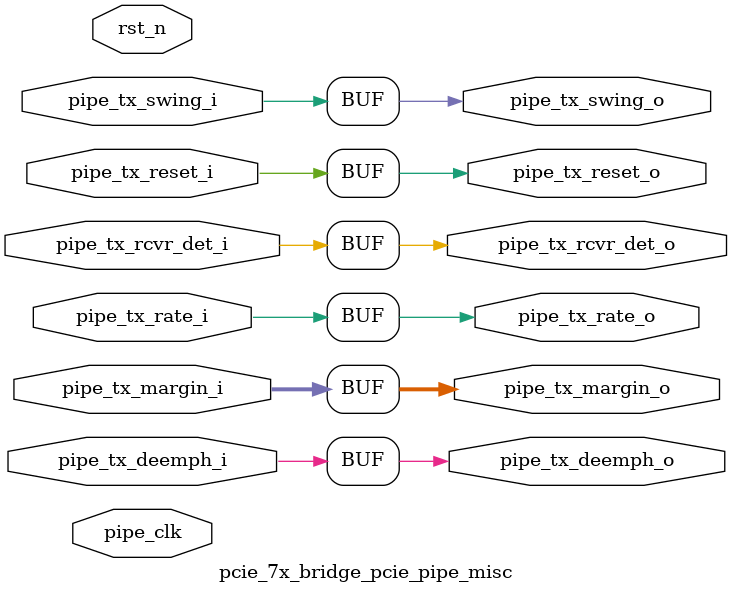
<source format=v>


`timescale 1ps/1ps

(* DowngradeIPIdentifiedWarnings = "yes" *)
module pcie_7x_bridge_pcie_pipe_misc #
(
    parameter        PIPE_PIPELINE_STAGES = 0,    // 0 - 0 stages, 1 - 1 stage, 2 - 2 stages
    parameter TCQ  = 1 // synthesis warning solved: parameter declaration becomes local
)
(

    input   wire        pipe_tx_rcvr_det_i       ,     // PIPE Tx Receiver Detect
    input   wire        pipe_tx_reset_i          ,     // PIPE Tx Reset
    input   wire        pipe_tx_rate_i           ,     // PIPE Tx Rate
    input   wire        pipe_tx_deemph_i         ,     // PIPE Tx Deemphasis
    input   wire [2:0]  pipe_tx_margin_i         ,     // PIPE Tx Margin
    input   wire        pipe_tx_swing_i          ,     // PIPE Tx Swing

    output  wire        pipe_tx_rcvr_det_o       ,     // Pipelined PIPE Tx Receiver Detect
    output  wire        pipe_tx_reset_o          ,     // Pipelined PIPE Tx Reset
    output  wire        pipe_tx_rate_o           ,     // Pipelined PIPE Tx Rate
    output  wire        pipe_tx_deemph_o         ,     // Pipelined PIPE Tx Deemphasis
    output  wire [2:0]  pipe_tx_margin_o         ,     // Pipelined PIPE Tx Margin
    output  wire        pipe_tx_swing_o          ,     // Pipelined PIPE Tx Swing

    input   wire        pipe_clk                ,      // PIPE Clock
    input   wire        rst_n                          // Reset
);

//******************************************************************//
// Reality check.                                                   //
//******************************************************************//

//    parameter TCQ  = 1;      // clock to out delay model

    generate

    if (PIPE_PIPELINE_STAGES == 0) begin : pipe_stages_0

        assign pipe_tx_rcvr_det_o = pipe_tx_rcvr_det_i;
        assign pipe_tx_reset_o  = pipe_tx_reset_i;
        assign pipe_tx_rate_o = pipe_tx_rate_i;
        assign pipe_tx_deemph_o = pipe_tx_deemph_i;
        assign pipe_tx_margin_o = pipe_tx_margin_i;
        assign pipe_tx_swing_o = pipe_tx_swing_i;

    end // if (PIPE_PIPELINE_STAGES == 0)
    else if (PIPE_PIPELINE_STAGES == 1) begin : pipe_stages_1

    reg                pipe_tx_rcvr_det_q       ;
    reg                pipe_tx_reset_q          ;
    reg                pipe_tx_rate_q           ;
    reg                pipe_tx_deemph_q         ;
    reg [2:0]          pipe_tx_margin_q         ;
    reg                pipe_tx_swing_q          ;

        always @(posedge pipe_clk) begin

        if (rst_n)
        begin

            pipe_tx_rcvr_det_q <= #TCQ 0;
            pipe_tx_reset_q  <= #TCQ 1'b1;
            pipe_tx_rate_q <= #TCQ 0;
            pipe_tx_deemph_q <= #TCQ 1'b1;
            pipe_tx_margin_q <= #TCQ 0;
            pipe_tx_swing_q <= #TCQ 0;

        end
        else
        begin

            pipe_tx_rcvr_det_q <= #TCQ pipe_tx_rcvr_det_i;
            pipe_tx_reset_q  <= #TCQ pipe_tx_reset_i;
            pipe_tx_rate_q <= #TCQ pipe_tx_rate_i;
            pipe_tx_deemph_q <= #TCQ pipe_tx_deemph_i;
            pipe_tx_margin_q <= #TCQ pipe_tx_margin_i;
            pipe_tx_swing_q <= #TCQ pipe_tx_swing_i;

          end

        end

        assign pipe_tx_rcvr_det_o = pipe_tx_rcvr_det_q;
        assign pipe_tx_reset_o  = pipe_tx_reset_q;
        assign pipe_tx_rate_o = pipe_tx_rate_q;
        assign pipe_tx_deemph_o = pipe_tx_deemph_q;
        assign pipe_tx_margin_o = pipe_tx_margin_q;
        assign pipe_tx_swing_o = pipe_tx_swing_q;

    end // if (PIPE_PIPELINE_STAGES == 1)
    else if (PIPE_PIPELINE_STAGES == 2) begin : pipe_stages_2

    reg                pipe_tx_rcvr_det_q       ;
    reg                pipe_tx_reset_q          ;
    reg                pipe_tx_rate_q           ;
    reg                pipe_tx_deemph_q         ;
    reg [2:0]          pipe_tx_margin_q         ;
    reg                pipe_tx_swing_q          ;

    reg                pipe_tx_rcvr_det_qq      ;
    reg                pipe_tx_reset_qq         ;
    reg                pipe_tx_rate_qq          ;
    reg                pipe_tx_deemph_qq        ;
    reg [2:0]          pipe_tx_margin_qq        ;
    reg                pipe_tx_swing_qq         ;

        always @(posedge pipe_clk) begin

        if (rst_n)
        begin

            pipe_tx_rcvr_det_q <= #TCQ 0;
            pipe_tx_reset_q  <= #TCQ 1'b1;
            pipe_tx_rate_q <= #TCQ 0;
            pipe_tx_deemph_q <= #TCQ 1'b1;
            pipe_tx_margin_q <= #TCQ 0;
            pipe_tx_swing_q <= #TCQ 0;

            pipe_tx_rcvr_det_qq <= #TCQ 0;
            pipe_tx_reset_qq  <= #TCQ 1'b1;
            pipe_tx_rate_qq <= #TCQ 0;
            pipe_tx_deemph_qq <= #TCQ 1'b1;
            pipe_tx_margin_qq <= #TCQ 0;
            pipe_tx_swing_qq <= #TCQ 0;

        end
        else
        begin

            pipe_tx_rcvr_det_q <= #TCQ pipe_tx_rcvr_det_i;
            pipe_tx_reset_q  <= #TCQ pipe_tx_reset_i;
            pipe_tx_rate_q <= #TCQ pipe_tx_rate_i;
            pipe_tx_deemph_q <= #TCQ pipe_tx_deemph_i;
            pipe_tx_margin_q <= #TCQ pipe_tx_margin_i;
            pipe_tx_swing_q <= #TCQ pipe_tx_swing_i;

            pipe_tx_rcvr_det_qq <= #TCQ pipe_tx_rcvr_det_q;
            pipe_tx_reset_qq  <= #TCQ pipe_tx_reset_q;
            pipe_tx_rate_qq <= #TCQ pipe_tx_rate_q;
            pipe_tx_deemph_qq <= #TCQ pipe_tx_deemph_q;
            pipe_tx_margin_qq <= #TCQ pipe_tx_margin_q;
            pipe_tx_swing_qq <= #TCQ pipe_tx_swing_q;

          end

        end

        assign pipe_tx_rcvr_det_o = pipe_tx_rcvr_det_qq;
        assign pipe_tx_reset_o  = pipe_tx_reset_qq;
        assign pipe_tx_rate_o = pipe_tx_rate_qq;
        assign pipe_tx_deemph_o = pipe_tx_deemph_qq;
        assign pipe_tx_margin_o = pipe_tx_margin_qq;
        assign pipe_tx_swing_o = pipe_tx_swing_qq;

    end // if (PIPE_PIPELINE_STAGES == 2)

    endgenerate

endmodule


</source>
